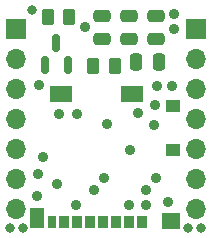
<source format=gbr>
%TF.GenerationSoftware,KiCad,Pcbnew,7.0.9*%
%TF.CreationDate,2024-02-17T11:22:31-05:00*%
%TF.ProjectId,uSD Card with Power Switch - for Xiao or QT Py,75534420-4361-4726-9420-776974682050,V1*%
%TF.SameCoordinates,Original*%
%TF.FileFunction,Soldermask,Top*%
%TF.FilePolarity,Negative*%
%FSLAX46Y46*%
G04 Gerber Fmt 4.6, Leading zero omitted, Abs format (unit mm)*
G04 Created by KiCad (PCBNEW 7.0.9) date 2024-02-17 11:22:31*
%MOMM*%
%LPD*%
G01*
G04 APERTURE LIST*
G04 Aperture macros list*
%AMRoundRect*
0 Rectangle with rounded corners*
0 $1 Rounding radius*
0 $2 $3 $4 $5 $6 $7 $8 $9 X,Y pos of 4 corners*
0 Add a 4 corners polygon primitive as box body*
4,1,4,$2,$3,$4,$5,$6,$7,$8,$9,$2,$3,0*
0 Add four circle primitives for the rounded corners*
1,1,$1+$1,$2,$3*
1,1,$1+$1,$4,$5*
1,1,$1+$1,$6,$7*
1,1,$1+$1,$8,$9*
0 Add four rect primitives between the rounded corners*
20,1,$1+$1,$2,$3,$4,$5,0*
20,1,$1+$1,$4,$5,$6,$7,0*
20,1,$1+$1,$6,$7,$8,$9,0*
20,1,$1+$1,$8,$9,$2,$3,0*%
G04 Aperture macros list end*
%ADD10R,1.700000X1.700000*%
%ADD11O,1.700000X1.700000*%
%ADD12RoundRect,0.250000X0.475000X-0.250000X0.475000X0.250000X-0.475000X0.250000X-0.475000X-0.250000X0*%
%ADD13RoundRect,0.150000X0.150000X-0.587500X0.150000X0.587500X-0.150000X0.587500X-0.150000X-0.587500X0*%
%ADD14R,0.850000X1.100000*%
%ADD15R,0.750000X1.100000*%
%ADD16R,1.200000X1.000000*%
%ADD17R,1.550000X1.350000*%
%ADD18R,1.900000X1.350000*%
%ADD19R,1.170000X1.800000*%
%ADD20RoundRect,0.250000X0.262500X0.450000X-0.262500X0.450000X-0.262500X-0.450000X0.262500X-0.450000X0*%
%ADD21RoundRect,0.250000X-0.250000X-0.475000X0.250000X-0.475000X0.250000X0.475000X-0.250000X0.475000X0*%
%ADD22C,0.800000*%
%ADD23C,0.900000*%
G04 APERTURE END LIST*
D10*
%TO.C,J2*%
X151300000Y-71380000D03*
D11*
X151300000Y-73920000D03*
X151300000Y-76460000D03*
X151300000Y-79000000D03*
X151300000Y-81540000D03*
X151300000Y-84080000D03*
X151300000Y-86620000D03*
%TD*%
D12*
%TO.C,C1*%
X163200000Y-72200000D03*
X163200000Y-70300000D03*
%TD*%
%TO.C,C3*%
X158600000Y-72200000D03*
X158600000Y-70300000D03*
%TD*%
D13*
%TO.C,Q1*%
X153800000Y-74475000D03*
X155700000Y-74475000D03*
X154750000Y-72600000D03*
%TD*%
D14*
%TO.C,J3*%
X162005000Y-87750000D03*
X160905000Y-87750000D03*
X159805000Y-87750000D03*
X158705000Y-87750000D03*
X157605000Y-87750000D03*
X156505000Y-87750000D03*
X155405000Y-87750000D03*
D15*
X154355000Y-87750000D03*
D16*
X164640000Y-81600000D03*
X164640000Y-77900000D03*
D17*
X164465000Y-87625000D03*
D18*
X161140000Y-76925000D03*
X155170000Y-76925000D03*
D19*
X153145000Y-87400000D03*
%TD*%
D20*
%TO.C,R1*%
X159700000Y-74500000D03*
X157875000Y-74500000D03*
%TD*%
D21*
%TO.C,C2*%
X161500000Y-74200000D03*
X163400000Y-74200000D03*
%TD*%
D20*
%TO.C,R2*%
X155825000Y-70400000D03*
X154000000Y-70400000D03*
%TD*%
D10*
%TO.C,J1*%
X166540000Y-71380000D03*
D11*
X166540000Y-73920000D03*
X166540000Y-76460000D03*
X166540000Y-79000000D03*
X166540000Y-81540000D03*
X166540000Y-84080000D03*
X166540000Y-86620000D03*
%TD*%
D12*
%TO.C,C4*%
X160900000Y-72200000D03*
X160900000Y-70300000D03*
%TD*%
D22*
X167000000Y-88200000D03*
D23*
X153300000Y-76100000D03*
X157200000Y-71200000D03*
X156420525Y-86279475D03*
X153200000Y-83700000D03*
X163100000Y-77800000D03*
D22*
X152700000Y-69800000D03*
D23*
X161000000Y-81600000D03*
X161700000Y-78500000D03*
X164500000Y-76200000D03*
X162300000Y-86300000D03*
X156500000Y-78600000D03*
X163000000Y-79500000D03*
X164700000Y-71400000D03*
X153100000Y-85500000D03*
D22*
X150800000Y-88200000D03*
D23*
X164700000Y-70100000D03*
X155000000Y-78600000D03*
X154800000Y-84500000D03*
D22*
X165900000Y-88200000D03*
X151900000Y-88200000D03*
D23*
X163300000Y-76200000D03*
X153600000Y-82200000D03*
X164200000Y-86000000D03*
X163200000Y-84000000D03*
X158800000Y-84000000D03*
X162300000Y-85000000D03*
X157900000Y-85000000D03*
X160900000Y-86300000D03*
X159000000Y-79400000D03*
M02*

</source>
